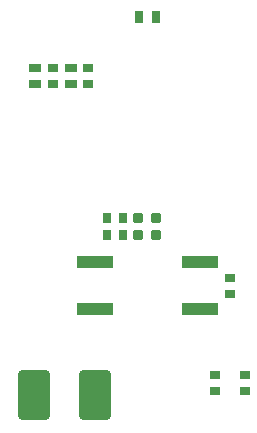
<source format=gbp>
G04*
G04 #@! TF.GenerationSoftware,Altium Limited,Altium Designer,23.3.1 (30)*
G04*
G04 Layer_Color=128*
%FSLAX43Y43*%
%MOMM*%
G71*
G04*
G04 #@! TF.SameCoordinates,291B95C8-E4AE-492A-8979-900EF43719B7*
G04*
G04*
G04 #@! TF.FilePolarity,Positive*
G04*
G01*
G75*
G04:AMPARAMS|DCode=19|XSize=0.7mm|YSize=0.9mm|CornerRadius=0.07mm|HoleSize=0mm|Usage=FLASHONLY|Rotation=180.000|XOffset=0mm|YOffset=0mm|HoleType=Round|Shape=RoundedRectangle|*
%AMROUNDEDRECTD19*
21,1,0.700,0.760,0,0,180.0*
21,1,0.560,0.900,0,0,180.0*
1,1,0.140,-0.280,0.380*
1,1,0.140,0.280,0.380*
1,1,0.140,0.280,-0.380*
1,1,0.140,-0.280,-0.380*
%
%ADD19ROUNDEDRECTD19*%
G04:AMPARAMS|DCode=20|XSize=0.7mm|YSize=0.9mm|CornerRadius=0.07mm|HoleSize=0mm|Usage=FLASHONLY|Rotation=270.000|XOffset=0mm|YOffset=0mm|HoleType=Round|Shape=RoundedRectangle|*
%AMROUNDEDRECTD20*
21,1,0.700,0.760,0,0,270.0*
21,1,0.560,0.900,0,0,270.0*
1,1,0.140,-0.380,-0.280*
1,1,0.140,-0.380,0.280*
1,1,0.140,0.380,0.280*
1,1,0.140,0.380,-0.280*
%
%ADD20ROUNDEDRECTD20*%
G04:AMPARAMS|DCode=22|XSize=2.665mm|YSize=4.19mm|CornerRadius=0.267mm|HoleSize=0mm|Usage=FLASHONLY|Rotation=180.000|XOffset=0mm|YOffset=0mm|HoleType=Round|Shape=RoundedRectangle|*
%AMROUNDEDRECTD22*
21,1,2.665,3.657,0,0,180.0*
21,1,2.132,4.190,0,0,180.0*
1,1,0.533,-1.066,1.829*
1,1,0.533,1.066,1.829*
1,1,0.533,1.066,-1.829*
1,1,0.533,-1.066,-1.829*
%
%ADD22ROUNDEDRECTD22*%
G04:AMPARAMS|DCode=23|XSize=0.75mm|YSize=0.96mm|CornerRadius=0.075mm|HoleSize=0mm|Usage=FLASHONLY|Rotation=0.000|XOffset=0mm|YOffset=0mm|HoleType=Round|Shape=RoundedRectangle|*
%AMROUNDEDRECTD23*
21,1,0.750,0.810,0,0,0.0*
21,1,0.600,0.960,0,0,0.0*
1,1,0.150,0.300,-0.405*
1,1,0.150,-0.300,-0.405*
1,1,0.150,-0.300,0.405*
1,1,0.150,0.300,0.405*
%
%ADD23ROUNDEDRECTD23*%
G04:AMPARAMS|DCode=32|XSize=0.75mm|YSize=0.96mm|CornerRadius=0.075mm|HoleSize=0mm|Usage=FLASHONLY|Rotation=270.000|XOffset=0mm|YOffset=0mm|HoleType=Round|Shape=RoundedRectangle|*
%AMROUNDEDRECTD32*
21,1,0.750,0.810,0,0,270.0*
21,1,0.600,0.960,0,0,270.0*
1,1,0.150,-0.405,-0.300*
1,1,0.150,-0.405,0.300*
1,1,0.150,0.405,0.300*
1,1,0.150,0.405,-0.300*
%
%ADD32ROUNDEDRECTD32*%
G04:AMPARAMS|DCode=65|XSize=0.8mm|YSize=0.8mm|CornerRadius=0.08mm|HoleSize=0mm|Usage=FLASHONLY|Rotation=0.000|XOffset=0mm|YOffset=0mm|HoleType=Round|Shape=RoundedRectangle|*
%AMROUNDEDRECTD65*
21,1,0.800,0.640,0,0,0.0*
21,1,0.640,0.800,0,0,0.0*
1,1,0.160,0.320,-0.320*
1,1,0.160,-0.320,-0.320*
1,1,0.160,-0.320,0.320*
1,1,0.160,0.320,0.320*
%
%ADD65ROUNDEDRECTD65*%
G04:AMPARAMS|DCode=66|XSize=1mm|YSize=3.1mm|CornerRadius=0.1mm|HoleSize=0mm|Usage=FLASHONLY|Rotation=90.000|XOffset=0mm|YOffset=0mm|HoleType=Round|Shape=RoundedRectangle|*
%AMROUNDEDRECTD66*
21,1,1.000,2.900,0,0,90.0*
21,1,0.800,3.100,0,0,90.0*
1,1,0.200,1.450,0.400*
1,1,0.200,1.450,-0.400*
1,1,0.200,-1.450,-0.400*
1,1,0.200,-1.450,0.400*
%
%ADD66ROUNDEDRECTD66*%
%ADD67R,3.100X1.000*%
D19*
X10435Y16250D02*
D03*
X9065Y16250D02*
D03*
X10435Y17750D02*
D03*
X9065D02*
D03*
D20*
X4500Y29065D02*
D03*
Y30435D02*
D03*
X7500Y29065D02*
D03*
Y30435D02*
D03*
X19500Y11315D02*
D03*
Y12685D02*
D03*
X18250Y3065D02*
D03*
Y4435D02*
D03*
X20750Y3065D02*
D03*
Y4435D02*
D03*
D22*
X2900Y2750D02*
D03*
X8100D02*
D03*
D23*
X11800Y34750D02*
D03*
X13200D02*
D03*
D32*
X3000Y29050D02*
D03*
Y30450D02*
D03*
X6000Y29050D02*
D03*
Y30450D02*
D03*
D65*
X13250Y16250D02*
D03*
X11750D02*
D03*
Y17750D02*
D03*
X13250Y17750D02*
D03*
D66*
X8050Y14000D02*
D03*
X16950Y10000D02*
D03*
X8050D02*
D03*
D67*
X16950Y14000D02*
D03*
M02*

</source>
